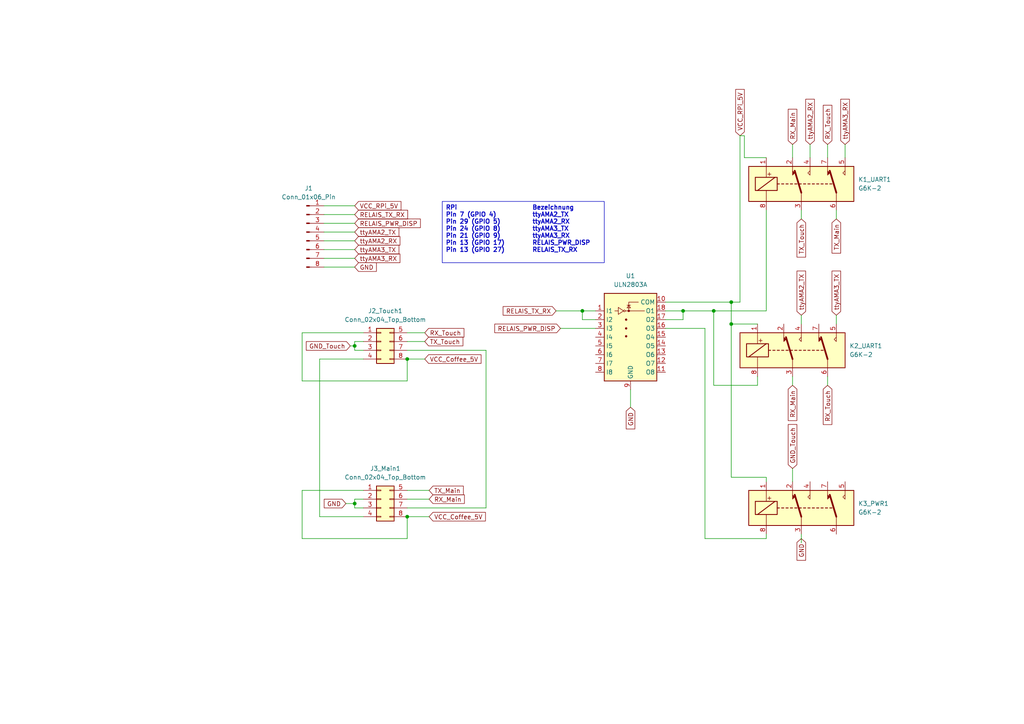
<source format=kicad_sch>
(kicad_sch
	(version 20231120)
	(generator "eeschema")
	(generator_version "8.0")
	(uuid "57a94e10-9a56-435c-9b0e-6bff14489099")
	(paper "A4")
	(lib_symbols
		(symbol "Connector:Conn_01x08_Pin"
			(pin_names
				(offset 1.016) hide)
			(exclude_from_sim no)
			(in_bom yes)
			(on_board yes)
			(property "Reference" "J"
				(at 0 10.16 0)
				(effects
					(font
						(size 1.27 1.27)
					)
				)
			)
			(property "Value" "Conn_01x08_Pin"
				(at 0 -12.7 0)
				(effects
					(font
						(size 1.27 1.27)
					)
				)
			)
			(property "Footprint" ""
				(at 0 0 0)
				(effects
					(font
						(size 1.27 1.27)
					)
					(hide yes)
				)
			)
			(property "Datasheet" "~"
				(at 0 0 0)
				(effects
					(font
						(size 1.27 1.27)
					)
					(hide yes)
				)
			)
			(property "Description" "Generic connector, single row, 01x08, script generated"
				(at 0 0 0)
				(effects
					(font
						(size 1.27 1.27)
					)
					(hide yes)
				)
			)
			(property "ki_locked" ""
				(at 0 0 0)
				(effects
					(font
						(size 1.27 1.27)
					)
				)
			)
			(property "ki_keywords" "connector"
				(at 0 0 0)
				(effects
					(font
						(size 1.27 1.27)
					)
					(hide yes)
				)
			)
			(property "ki_fp_filters" "Connector*:*_1x??_*"
				(at 0 0 0)
				(effects
					(font
						(size 1.27 1.27)
					)
					(hide yes)
				)
			)
			(symbol "Conn_01x08_Pin_1_1"
				(polyline
					(pts
						(xy 1.27 -10.16) (xy 0.8636 -10.16)
					)
					(stroke
						(width 0.1524)
						(type default)
					)
					(fill
						(type none)
					)
				)
				(polyline
					(pts
						(xy 1.27 -7.62) (xy 0.8636 -7.62)
					)
					(stroke
						(width 0.1524)
						(type default)
					)
					(fill
						(type none)
					)
				)
				(polyline
					(pts
						(xy 1.27 -5.08) (xy 0.8636 -5.08)
					)
					(stroke
						(width 0.1524)
						(type default)
					)
					(fill
						(type none)
					)
				)
				(polyline
					(pts
						(xy 1.27 -2.54) (xy 0.8636 -2.54)
					)
					(stroke
						(width 0.1524)
						(type default)
					)
					(fill
						(type none)
					)
				)
				(polyline
					(pts
						(xy 1.27 0) (xy 0.8636 0)
					)
					(stroke
						(width 0.1524)
						(type default)
					)
					(fill
						(type none)
					)
				)
				(polyline
					(pts
						(xy 1.27 2.54) (xy 0.8636 2.54)
					)
					(stroke
						(width 0.1524)
						(type default)
					)
					(fill
						(type none)
					)
				)
				(polyline
					(pts
						(xy 1.27 5.08) (xy 0.8636 5.08)
					)
					(stroke
						(width 0.1524)
						(type default)
					)
					(fill
						(type none)
					)
				)
				(polyline
					(pts
						(xy 1.27 7.62) (xy 0.8636 7.62)
					)
					(stroke
						(width 0.1524)
						(type default)
					)
					(fill
						(type none)
					)
				)
				(rectangle
					(start 0.8636 -10.033)
					(end 0 -10.287)
					(stroke
						(width 0.1524)
						(type default)
					)
					(fill
						(type outline)
					)
				)
				(rectangle
					(start 0.8636 -7.493)
					(end 0 -7.747)
					(stroke
						(width 0.1524)
						(type default)
					)
					(fill
						(type outline)
					)
				)
				(rectangle
					(start 0.8636 -4.953)
					(end 0 -5.207)
					(stroke
						(width 0.1524)
						(type default)
					)
					(fill
						(type outline)
					)
				)
				(rectangle
					(start 0.8636 -2.413)
					(end 0 -2.667)
					(stroke
						(width 0.1524)
						(type default)
					)
					(fill
						(type outline)
					)
				)
				(rectangle
					(start 0.8636 0.127)
					(end 0 -0.127)
					(stroke
						(width 0.1524)
						(type default)
					)
					(fill
						(type outline)
					)
				)
				(rectangle
					(start 0.8636 2.667)
					(end 0 2.413)
					(stroke
						(width 0.1524)
						(type default)
					)
					(fill
						(type outline)
					)
				)
				(rectangle
					(start 0.8636 5.207)
					(end 0 4.953)
					(stroke
						(width 0.1524)
						(type default)
					)
					(fill
						(type outline)
					)
				)
				(rectangle
					(start 0.8636 7.747)
					(end 0 7.493)
					(stroke
						(width 0.1524)
						(type default)
					)
					(fill
						(type outline)
					)
				)
				(pin passive line
					(at 5.08 7.62 180)
					(length 3.81)
					(name "Pin_1"
						(effects
							(font
								(size 1.27 1.27)
							)
						)
					)
					(number "1"
						(effects
							(font
								(size 1.27 1.27)
							)
						)
					)
				)
				(pin passive line
					(at 5.08 5.08 180)
					(length 3.81)
					(name "Pin_2"
						(effects
							(font
								(size 1.27 1.27)
							)
						)
					)
					(number "2"
						(effects
							(font
								(size 1.27 1.27)
							)
						)
					)
				)
				(pin passive line
					(at 5.08 2.54 180)
					(length 3.81)
					(name "Pin_3"
						(effects
							(font
								(size 1.27 1.27)
							)
						)
					)
					(number "3"
						(effects
							(font
								(size 1.27 1.27)
							)
						)
					)
				)
				(pin passive line
					(at 5.08 0 180)
					(length 3.81)
					(name "Pin_4"
						(effects
							(font
								(size 1.27 1.27)
							)
						)
					)
					(number "4"
						(effects
							(font
								(size 1.27 1.27)
							)
						)
					)
				)
				(pin passive line
					(at 5.08 -2.54 180)
					(length 3.81)
					(name "Pin_5"
						(effects
							(font
								(size 1.27 1.27)
							)
						)
					)
					(number "5"
						(effects
							(font
								(size 1.27 1.27)
							)
						)
					)
				)
				(pin passive line
					(at 5.08 -5.08 180)
					(length 3.81)
					(name "Pin_6"
						(effects
							(font
								(size 1.27 1.27)
							)
						)
					)
					(number "6"
						(effects
							(font
								(size 1.27 1.27)
							)
						)
					)
				)
				(pin passive line
					(at 5.08 -7.62 180)
					(length 3.81)
					(name "Pin_7"
						(effects
							(font
								(size 1.27 1.27)
							)
						)
					)
					(number "7"
						(effects
							(font
								(size 1.27 1.27)
							)
						)
					)
				)
				(pin passive line
					(at 5.08 -10.16 180)
					(length 3.81)
					(name "Pin_8"
						(effects
							(font
								(size 1.27 1.27)
							)
						)
					)
					(number "8"
						(effects
							(font
								(size 1.27 1.27)
							)
						)
					)
				)
			)
		)
		(symbol "Connector_Generic:Conn_02x04_Top_Bottom"
			(pin_names
				(offset 1.016) hide)
			(exclude_from_sim no)
			(in_bom yes)
			(on_board yes)
			(property "Reference" "J"
				(at 1.27 5.08 0)
				(effects
					(font
						(size 1.27 1.27)
					)
				)
			)
			(property "Value" "Conn_02x04_Top_Bottom"
				(at 1.27 -7.62 0)
				(effects
					(font
						(size 1.27 1.27)
					)
				)
			)
			(property "Footprint" ""
				(at 0 0 0)
				(effects
					(font
						(size 1.27 1.27)
					)
					(hide yes)
				)
			)
			(property "Datasheet" "~"
				(at 0 0 0)
				(effects
					(font
						(size 1.27 1.27)
					)
					(hide yes)
				)
			)
			(property "Description" "Generic connector, double row, 02x04, top/bottom pin numbering scheme (row 1: 1...pins_per_row, row2: pins_per_row+1 ... num_pins), script generated (kicad-library-utils/schlib/autogen/connector/)"
				(at 0 0 0)
				(effects
					(font
						(size 1.27 1.27)
					)
					(hide yes)
				)
			)
			(property "ki_keywords" "connector"
				(at 0 0 0)
				(effects
					(font
						(size 1.27 1.27)
					)
					(hide yes)
				)
			)
			(property "ki_fp_filters" "Connector*:*_2x??_*"
				(at 0 0 0)
				(effects
					(font
						(size 1.27 1.27)
					)
					(hide yes)
				)
			)
			(symbol "Conn_02x04_Top_Bottom_1_1"
				(rectangle
					(start -1.27 -4.953)
					(end 0 -5.207)
					(stroke
						(width 0.1524)
						(type default)
					)
					(fill
						(type none)
					)
				)
				(rectangle
					(start -1.27 -2.413)
					(end 0 -2.667)
					(stroke
						(width 0.1524)
						(type default)
					)
					(fill
						(type none)
					)
				)
				(rectangle
					(start -1.27 0.127)
					(end 0 -0.127)
					(stroke
						(width 0.1524)
						(type default)
					)
					(fill
						(type none)
					)
				)
				(rectangle
					(start -1.27 2.667)
					(end 0 2.413)
					(stroke
						(width 0.1524)
						(type default)
					)
					(fill
						(type none)
					)
				)
				(rectangle
					(start -1.27 3.81)
					(end 3.81 -6.35)
					(stroke
						(width 0.254)
						(type default)
					)
					(fill
						(type background)
					)
				)
				(rectangle
					(start 3.81 -4.953)
					(end 2.54 -5.207)
					(stroke
						(width 0.1524)
						(type default)
					)
					(fill
						(type none)
					)
				)
				(rectangle
					(start 3.81 -2.413)
					(end 2.54 -2.667)
					(stroke
						(width 0.1524)
						(type default)
					)
					(fill
						(type none)
					)
				)
				(rectangle
					(start 3.81 0.127)
					(end 2.54 -0.127)
					(stroke
						(width 0.1524)
						(type default)
					)
					(fill
						(type none)
					)
				)
				(rectangle
					(start 3.81 2.667)
					(end 2.54 2.413)
					(stroke
						(width 0.1524)
						(type default)
					)
					(fill
						(type none)
					)
				)
				(pin passive line
					(at -5.08 2.54 0)
					(length 3.81)
					(name "Pin_1"
						(effects
							(font
								(size 1.27 1.27)
							)
						)
					)
					(number "1"
						(effects
							(font
								(size 1.27 1.27)
							)
						)
					)
				)
				(pin passive line
					(at -5.08 0 0)
					(length 3.81)
					(name "Pin_2"
						(effects
							(font
								(size 1.27 1.27)
							)
						)
					)
					(number "2"
						(effects
							(font
								(size 1.27 1.27)
							)
						)
					)
				)
				(pin passive line
					(at -5.08 -2.54 0)
					(length 3.81)
					(name "Pin_3"
						(effects
							(font
								(size 1.27 1.27)
							)
						)
					)
					(number "3"
						(effects
							(font
								(size 1.27 1.27)
							)
						)
					)
				)
				(pin passive line
					(at -5.08 -5.08 0)
					(length 3.81)
					(name "Pin_4"
						(effects
							(font
								(size 1.27 1.27)
							)
						)
					)
					(number "4"
						(effects
							(font
								(size 1.27 1.27)
							)
						)
					)
				)
				(pin passive line
					(at 7.62 2.54 180)
					(length 3.81)
					(name "Pin_5"
						(effects
							(font
								(size 1.27 1.27)
							)
						)
					)
					(number "5"
						(effects
							(font
								(size 1.27 1.27)
							)
						)
					)
				)
				(pin passive line
					(at 7.62 0 180)
					(length 3.81)
					(name "Pin_6"
						(effects
							(font
								(size 1.27 1.27)
							)
						)
					)
					(number "6"
						(effects
							(font
								(size 1.27 1.27)
							)
						)
					)
				)
				(pin passive line
					(at 7.62 -2.54 180)
					(length 3.81)
					(name "Pin_7"
						(effects
							(font
								(size 1.27 1.27)
							)
						)
					)
					(number "7"
						(effects
							(font
								(size 1.27 1.27)
							)
						)
					)
				)
				(pin passive line
					(at 7.62 -5.08 180)
					(length 3.81)
					(name "Pin_8"
						(effects
							(font
								(size 1.27 1.27)
							)
						)
					)
					(number "8"
						(effects
							(font
								(size 1.27 1.27)
							)
						)
					)
				)
			)
		)
		(symbol "Relay:G6K-2"
			(exclude_from_sim no)
			(in_bom yes)
			(on_board yes)
			(property "Reference" "K"
				(at 16.51 3.81 0)
				(effects
					(font
						(size 1.27 1.27)
					)
					(justify left)
				)
			)
			(property "Value" "G6K-2"
				(at 16.51 1.27 0)
				(effects
					(font
						(size 1.27 1.27)
					)
					(justify left)
				)
			)
			(property "Footprint" ""
				(at 0 0 0)
				(effects
					(font
						(size 1.27 1.27)
					)
					(justify left)
					(hide yes)
				)
			)
			(property "Datasheet" "http://omronfs.omron.com/en_US/ecb/products/pdf/en-g6k.pdf"
				(at 0 0 0)
				(effects
					(font
						(size 1.27 1.27)
					)
					(hide yes)
				)
			)
			(property "Description" "Miniature 2-pole relay, Single-side Stable"
				(at 0 0 0)
				(effects
					(font
						(size 1.27 1.27)
					)
					(hide yes)
				)
			)
			(property "ki_keywords" "Miniature Relay Dual Pole DPDT Omron"
				(at 0 0 0)
				(effects
					(font
						(size 1.27 1.27)
					)
					(hide yes)
				)
			)
			(property "ki_fp_filters" "Relay*DPDT*Omron*G6K?2*"
				(at 0 0 0)
				(effects
					(font
						(size 1.27 1.27)
					)
					(hide yes)
				)
			)
			(symbol "G6K-2_0_0"
				(text "+"
					(at -9.271 2.921 0)
					(effects
						(font
							(size 1.27 1.27)
						)
					)
				)
			)
			(symbol "G6K-2_0_1"
				(rectangle
					(start -15.24 5.08)
					(end 15.24 -5.08)
					(stroke
						(width 0.254)
						(type default)
					)
					(fill
						(type background)
					)
				)
				(rectangle
					(start -13.335 1.905)
					(end -6.985 -1.905)
					(stroke
						(width 0.254)
						(type default)
					)
					(fill
						(type none)
					)
				)
				(polyline
					(pts
						(xy -12.7 -1.905) (xy -7.62 1.905)
					)
					(stroke
						(width 0.254)
						(type default)
					)
					(fill
						(type none)
					)
				)
				(polyline
					(pts
						(xy -10.16 -5.08) (xy -10.16 -1.905)
					)
					(stroke
						(width 0)
						(type default)
					)
					(fill
						(type none)
					)
				)
				(polyline
					(pts
						(xy -10.16 5.08) (xy -10.16 1.905)
					)
					(stroke
						(width 0)
						(type default)
					)
					(fill
						(type none)
					)
				)
				(polyline
					(pts
						(xy -6.985 0) (xy -6.35 0)
					)
					(stroke
						(width 0.254)
						(type default)
					)
					(fill
						(type none)
					)
				)
				(polyline
					(pts
						(xy -5.715 0) (xy -5.08 0)
					)
					(stroke
						(width 0.254)
						(type default)
					)
					(fill
						(type none)
					)
				)
				(polyline
					(pts
						(xy -4.445 0) (xy -3.81 0)
					)
					(stroke
						(width 0.254)
						(type default)
					)
					(fill
						(type none)
					)
				)
				(polyline
					(pts
						(xy -3.175 0) (xy -2.54 0)
					)
					(stroke
						(width 0.254)
						(type default)
					)
					(fill
						(type none)
					)
				)
				(polyline
					(pts
						(xy -1.905 0) (xy -1.27 0)
					)
					(stroke
						(width 0.254)
						(type default)
					)
					(fill
						(type none)
					)
				)
				(polyline
					(pts
						(xy -0.635 0) (xy 0 0)
					)
					(stroke
						(width 0.254)
						(type default)
					)
					(fill
						(type none)
					)
				)
				(polyline
					(pts
						(xy 0 -2.54) (xy -1.905 3.81)
					)
					(stroke
						(width 0.508)
						(type default)
					)
					(fill
						(type none)
					)
				)
				(polyline
					(pts
						(xy 0 -2.54) (xy 0 -5.08)
					)
					(stroke
						(width 0)
						(type default)
					)
					(fill
						(type none)
					)
				)
				(polyline
					(pts
						(xy 0.635 0) (xy 1.27 0)
					)
					(stroke
						(width 0.254)
						(type default)
					)
					(fill
						(type none)
					)
				)
				(polyline
					(pts
						(xy 1.905 0) (xy 2.54 0)
					)
					(stroke
						(width 0.254)
						(type default)
					)
					(fill
						(type none)
					)
				)
				(polyline
					(pts
						(xy 3.175 0) (xy 3.81 0)
					)
					(stroke
						(width 0.254)
						(type default)
					)
					(fill
						(type none)
					)
				)
				(polyline
					(pts
						(xy 4.445 0) (xy 5.08 0)
					)
					(stroke
						(width 0.254)
						(type default)
					)
					(fill
						(type none)
					)
				)
				(polyline
					(pts
						(xy 5.715 0) (xy 6.35 0)
					)
					(stroke
						(width 0.254)
						(type default)
					)
					(fill
						(type none)
					)
				)
				(polyline
					(pts
						(xy 6.985 0) (xy 7.62 0)
					)
					(stroke
						(width 0.254)
						(type default)
					)
					(fill
						(type none)
					)
				)
				(polyline
					(pts
						(xy 8.255 0) (xy 8.89 0)
					)
					(stroke
						(width 0.254)
						(type default)
					)
					(fill
						(type none)
					)
				)
				(polyline
					(pts
						(xy 10.16 -2.54) (xy 8.255 3.81)
					)
					(stroke
						(width 0.508)
						(type default)
					)
					(fill
						(type none)
					)
				)
				(polyline
					(pts
						(xy 10.16 -2.54) (xy 10.16 -5.08)
					)
					(stroke
						(width 0)
						(type default)
					)
					(fill
						(type none)
					)
				)
				(polyline
					(pts
						(xy -2.54 5.08) (xy -2.54 2.54) (xy -1.905 3.175) (xy -2.54 3.81)
					)
					(stroke
						(width 0)
						(type default)
					)
					(fill
						(type outline)
					)
				)
				(polyline
					(pts
						(xy 2.54 5.08) (xy 2.54 2.54) (xy 1.905 3.175) (xy 2.54 3.81)
					)
					(stroke
						(width 0)
						(type default)
					)
					(fill
						(type none)
					)
				)
				(polyline
					(pts
						(xy 7.62 5.08) (xy 7.62 2.54) (xy 8.255 3.175) (xy 7.62 3.81)
					)
					(stroke
						(width 0)
						(type default)
					)
					(fill
						(type outline)
					)
				)
				(polyline
					(pts
						(xy 12.7 5.08) (xy 12.7 2.54) (xy 12.065 3.175) (xy 12.7 3.81)
					)
					(stroke
						(width 0)
						(type default)
					)
					(fill
						(type none)
					)
				)
			)
			(symbol "G6K-2_1_1"
				(pin passive line
					(at -10.16 7.62 270)
					(length 2.54)
					(name "~"
						(effects
							(font
								(size 1.27 1.27)
							)
						)
					)
					(number "1"
						(effects
							(font
								(size 1.27 1.27)
							)
						)
					)
				)
				(pin passive line
					(at -2.54 7.62 270)
					(length 2.54)
					(name "~"
						(effects
							(font
								(size 1.27 1.27)
							)
						)
					)
					(number "2"
						(effects
							(font
								(size 1.27 1.27)
							)
						)
					)
				)
				(pin passive line
					(at 0 -7.62 90)
					(length 2.54)
					(name "~"
						(effects
							(font
								(size 1.27 1.27)
							)
						)
					)
					(number "3"
						(effects
							(font
								(size 1.27 1.27)
							)
						)
					)
				)
				(pin passive line
					(at 2.54 7.62 270)
					(length 2.54)
					(name "~"
						(effects
							(font
								(size 1.27 1.27)
							)
						)
					)
					(number "4"
						(effects
							(font
								(size 1.27 1.27)
							)
						)
					)
				)
				(pin passive line
					(at 12.7 7.62 270)
					(length 2.54)
					(name "~"
						(effects
							(font
								(size 1.27 1.27)
							)
						)
					)
					(number "5"
						(effects
							(font
								(size 1.27 1.27)
							)
						)
					)
				)
				(pin passive line
					(at 10.16 -7.62 90)
					(length 2.54)
					(name "~"
						(effects
							(font
								(size 1.27 1.27)
							)
						)
					)
					(number "6"
						(effects
							(font
								(size 1.27 1.27)
							)
						)
					)
				)
				(pin passive line
					(at 7.62 7.62 270)
					(length 2.54)
					(name "~"
						(effects
							(font
								(size 1.27 1.27)
							)
						)
					)
					(number "7"
						(effects
							(font
								(size 1.27 1.27)
							)
						)
					)
				)
				(pin passive line
					(at -10.16 -7.62 90)
					(length 2.54)
					(name "~"
						(effects
							(font
								(size 1.27 1.27)
							)
						)
					)
					(number "8"
						(effects
							(font
								(size 1.27 1.27)
							)
						)
					)
				)
			)
		)
		(symbol "Transistor_Array:ULN2803A"
			(exclude_from_sim no)
			(in_bom yes)
			(on_board yes)
			(property "Reference" "U"
				(at 0 13.335 0)
				(effects
					(font
						(size 1.27 1.27)
					)
				)
			)
			(property "Value" "ULN2803A"
				(at 0 11.43 0)
				(effects
					(font
						(size 1.27 1.27)
					)
				)
			)
			(property "Footprint" ""
				(at 1.27 -16.51 0)
				(effects
					(font
						(size 1.27 1.27)
					)
					(justify left)
					(hide yes)
				)
			)
			(property "Datasheet" "http://www.ti.com/lit/ds/symlink/uln2803a.pdf"
				(at 2.54 -5.08 0)
				(effects
					(font
						(size 1.27 1.27)
					)
					(hide yes)
				)
			)
			(property "Description" "Darlington Transistor Arrays, SOIC18/DIP18"
				(at 0 0 0)
				(effects
					(font
						(size 1.27 1.27)
					)
					(hide yes)
				)
			)
			(property "ki_keywords" "Darlington transistor array"
				(at 0 0 0)
				(effects
					(font
						(size 1.27 1.27)
					)
					(hide yes)
				)
			)
			(property "ki_fp_filters" "DIP*W7.62mm* SOIC*7.5x11.6mm*P1.27mm*"
				(at 0 0 0)
				(effects
					(font
						(size 1.27 1.27)
					)
					(hide yes)
				)
			)
			(symbol "ULN2803A_0_1"
				(rectangle
					(start -7.62 -15.24)
					(end 7.62 10.16)
					(stroke
						(width 0.254)
						(type default)
					)
					(fill
						(type background)
					)
				)
				(circle
					(center -1.778 5.08)
					(radius 0.254)
					(stroke
						(width 0)
						(type default)
					)
					(fill
						(type none)
					)
				)
				(circle
					(center -1.27 -2.286)
					(radius 0.254)
					(stroke
						(width 0)
						(type default)
					)
					(fill
						(type outline)
					)
				)
				(circle
					(center -1.27 0)
					(radius 0.254)
					(stroke
						(width 0)
						(type default)
					)
					(fill
						(type outline)
					)
				)
				(circle
					(center -1.27 2.54)
					(radius 0.254)
					(stroke
						(width 0)
						(type default)
					)
					(fill
						(type outline)
					)
				)
				(circle
					(center -0.508 5.08)
					(radius 0.254)
					(stroke
						(width 0)
						(type default)
					)
					(fill
						(type outline)
					)
				)
				(polyline
					(pts
						(xy -4.572 5.08) (xy -3.556 5.08)
					)
					(stroke
						(width 0)
						(type default)
					)
					(fill
						(type none)
					)
				)
				(polyline
					(pts
						(xy -1.524 5.08) (xy 4.064 5.08)
					)
					(stroke
						(width 0)
						(type default)
					)
					(fill
						(type none)
					)
				)
				(polyline
					(pts
						(xy 0 6.731) (xy -1.016 6.731)
					)
					(stroke
						(width 0)
						(type default)
					)
					(fill
						(type none)
					)
				)
				(polyline
					(pts
						(xy -0.508 5.08) (xy -0.508 7.62) (xy 2.286 7.62)
					)
					(stroke
						(width 0)
						(type default)
					)
					(fill
						(type none)
					)
				)
				(polyline
					(pts
						(xy -3.556 6.096) (xy -3.556 4.064) (xy -2.032 5.08) (xy -3.556 6.096)
					)
					(stroke
						(width 0)
						(type default)
					)
					(fill
						(type none)
					)
				)
				(polyline
					(pts
						(xy 0 5.969) (xy -1.016 5.969) (xy -0.508 6.731) (xy 0 5.969)
					)
					(stroke
						(width 0)
						(type default)
					)
					(fill
						(type none)
					)
				)
			)
			(symbol "ULN2803A_1_1"
				(pin input line
					(at -10.16 5.08 0)
					(length 2.54)
					(name "I1"
						(effects
							(font
								(size 1.27 1.27)
							)
						)
					)
					(number "1"
						(effects
							(font
								(size 1.27 1.27)
							)
						)
					)
				)
				(pin passive line
					(at 10.16 7.62 180)
					(length 2.54)
					(name "COM"
						(effects
							(font
								(size 1.27 1.27)
							)
						)
					)
					(number "10"
						(effects
							(font
								(size 1.27 1.27)
							)
						)
					)
				)
				(pin open_collector line
					(at 10.16 -12.7 180)
					(length 2.54)
					(name "O8"
						(effects
							(font
								(size 1.27 1.27)
							)
						)
					)
					(number "11"
						(effects
							(font
								(size 1.27 1.27)
							)
						)
					)
				)
				(pin open_collector line
					(at 10.16 -10.16 180)
					(length 2.54)
					(name "O7"
						(effects
							(font
								(size 1.27 1.27)
							)
						)
					)
					(number "12"
						(effects
							(font
								(size 1.27 1.27)
							)
						)
					)
				)
				(pin open_collector line
					(at 10.16 -7.62 180)
					(length 2.54)
					(name "O6"
						(effects
							(font
								(size 1.27 1.27)
							)
						)
					)
					(number "13"
						(effects
							(font
								(size 1.27 1.27)
							)
						)
					)
				)
				(pin open_collector line
					(at 10.16 -5.08 180)
					(length 2.54)
					(name "O5"
						(effects
							(font
								(size 1.27 1.27)
							)
						)
					)
					(number "14"
						(effects
							(font
								(size 1.27 1.27)
							)
						)
					)
				)
				(pin open_collector line
					(at 10.16 -2.54 180)
					(length 2.54)
					(name "O4"
						(effects
							(font
								(size 1.27 1.27)
							)
						)
					)
					(number "15"
						(effects
							(font
								(size 1.27 1.27)
							)
						)
					)
				)
				(pin open_collector line
					(at 10.16 0 180)
					(length 2.54)
					(name "O3"
						(effects
							(font
								(size 1.27 1.27)
							)
						)
					)
					(number "16"
						(effects
							(font
								(size 1.27 1.27)
							)
						)
					)
				)
				(pin open_collector line
					(at 10.16 2.54 180)
					(length 2.54)
					(name "O2"
						(effects
							(font
								(size 1.27 1.27)
							)
						)
					)
					(number "17"
						(effects
							(font
								(size 1.27 1.27)
							)
						)
					)
				)
				(pin open_collector line
					(at 10.16 5.08 180)
					(length 2.54)
					(name "O1"
						(effects
							(font
								(size 1.27 1.27)
							)
						)
					)
					(number "18"
						(effects
							(font
								(size 1.27 1.27)
							)
						)
					)
				)
				(pin input line
					(at -10.16 2.54 0)
					(length 2.54)
					(name "I2"
						(effects
							(font
								(size 1.27 1.27)
							)
						)
					)
					(number "2"
						(effects
							(font
								(size 1.27 1.27)
							)
						)
					)
				)
				(pin input line
					(at -10.16 0 0)
					(length 2.54)
					(name "I3"
						(effects
							(font
								(size 1.27 1.27)
							)
						)
					)
					(number "3"
						(effects
							(font
								(size 1.27 1.27)
							)
						)
					)
				)
				(pin input line
					(at -10.16 -2.54 0)
					(length 2.54)
					(name "I4"
						(effects
							(font
								(size 1.27 1.27)
							)
						)
					)
					(number "4"
						(effects
							(font
								(size 1.27 1.27)
							)
						)
					)
				)
				(pin input line
					(at -10.16 -5.08 0)
					(length 2.54)
					(name "I5"
						(effects
							(font
								(size 1.27 1.27)
							)
						)
					)
					(number "5"
						(effects
							(font
								(size 1.27 1.27)
							)
						)
					)
				)
				(pin input line
					(at -10.16 -7.62 0)
					(length 2.54)
					(name "I6"
						(effects
							(font
								(size 1.27 1.27)
							)
						)
					)
					(number "6"
						(effects
							(font
								(size 1.27 1.27)
							)
						)
					)
				)
				(pin input line
					(at -10.16 -10.16 0)
					(length 2.54)
					(name "I7"
						(effects
							(font
								(size 1.27 1.27)
							)
						)
					)
					(number "7"
						(effects
							(font
								(size 1.27 1.27)
							)
						)
					)
				)
				(pin input line
					(at -10.16 -12.7 0)
					(length 2.54)
					(name "I8"
						(effects
							(font
								(size 1.27 1.27)
							)
						)
					)
					(number "8"
						(effects
							(font
								(size 1.27 1.27)
							)
						)
					)
				)
				(pin power_in line
					(at 0 -17.78 90)
					(length 2.54)
					(name "GND"
						(effects
							(font
								(size 1.27 1.27)
							)
						)
					)
					(number "9"
						(effects
							(font
								(size 1.27 1.27)
							)
						)
					)
				)
			)
		)
	)
	(junction
		(at 118.11 149.86)
		(diameter 0)
		(color 0 0 0 0)
		(uuid "34e155bb-2a45-43ec-b070-90900014105b")
	)
	(junction
		(at 118.11 104.14)
		(diameter 0)
		(color 0 0 0 0)
		(uuid "3aca7c44-7a47-43c8-a880-22e58d3b5453")
	)
	(junction
		(at 102.87 146.05)
		(diameter 0)
		(color 0 0 0 0)
		(uuid "4861612c-6f4c-4251-a5ad-dd452f82fb66")
	)
	(junction
		(at 198.12 90.17)
		(diameter 0)
		(color 0 0 0 0)
		(uuid "673b62b6-55e3-43cd-98e5-0a71a034543a")
	)
	(junction
		(at 212.09 93.98)
		(diameter 0)
		(color 0 0 0 0)
		(uuid "a5b897c8-ffc7-4d2d-8b33-a7a38f3a50a9")
	)
	(junction
		(at 102.87 100.33)
		(diameter 0)
		(color 0 0 0 0)
		(uuid "ae4ac94f-403d-44a8-ada5-0365d9e410f8")
	)
	(junction
		(at 168.91 90.17)
		(diameter 0)
		(color 0 0 0 0)
		(uuid "b1e25747-1dc9-4668-a065-ab03e91a2e9f")
	)
	(junction
		(at 207.01 90.17)
		(diameter 0)
		(color 0 0 0 0)
		(uuid "b273b52e-5f95-4ef5-8bca-93ac1d478cfd")
	)
	(junction
		(at 212.09 87.63)
		(diameter 0)
		(color 0 0 0 0)
		(uuid "ebf55710-7b4c-4614-8778-647a4229fe6d")
	)
	(wire
		(pts
			(xy 102.87 144.78) (xy 102.87 146.05)
		)
		(stroke
			(width 0)
			(type default)
		)
		(uuid "03cab11c-2135-47a7-9de7-58711bfbfd01")
	)
	(wire
		(pts
			(xy 118.11 96.52) (xy 123.19 96.52)
		)
		(stroke
			(width 0)
			(type default)
		)
		(uuid "0bd53585-9441-4821-832e-48ff59f0e9fb")
	)
	(wire
		(pts
			(xy 232.41 154.94) (xy 232.41 157.48)
		)
		(stroke
			(width 0)
			(type default)
		)
		(uuid "1150815b-02f3-4641-9f2f-b11fa93979b3")
	)
	(wire
		(pts
			(xy 193.04 92.71) (xy 198.12 92.71)
		)
		(stroke
			(width 0)
			(type default)
		)
		(uuid "126f9a25-a7fa-41c6-9706-5f5b0c46c5bb")
	)
	(wire
		(pts
			(xy 245.11 41.91) (xy 245.11 45.72)
		)
		(stroke
			(width 0)
			(type default)
		)
		(uuid "14e432ba-a5f3-4eb6-85c0-9fe5d2c7e4bb")
	)
	(wire
		(pts
			(xy 207.01 90.17) (xy 207.01 111.76)
		)
		(stroke
			(width 0)
			(type default)
		)
		(uuid "15c313ae-ca9a-4830-a81f-07c63d709a3e")
	)
	(wire
		(pts
			(xy 102.87 100.33) (xy 102.87 101.6)
		)
		(stroke
			(width 0)
			(type default)
		)
		(uuid "162dfffe-f28a-4a0d-9c20-ad80f3b0a7d4")
	)
	(wire
		(pts
			(xy 118.11 101.6) (xy 140.97 101.6)
		)
		(stroke
			(width 0)
			(type default)
		)
		(uuid "175bae20-fbeb-4e72-87ed-5ba269b817da")
	)
	(wire
		(pts
			(xy 162.56 95.25) (xy 172.72 95.25)
		)
		(stroke
			(width 0)
			(type default)
		)
		(uuid "17ff6b34-6c17-4041-9147-e6383983a0fa")
	)
	(wire
		(pts
			(xy 204.47 156.21) (xy 222.25 156.21)
		)
		(stroke
			(width 0)
			(type default)
		)
		(uuid "1c87e13f-275e-4ca2-86b1-e67f6441e39f")
	)
	(wire
		(pts
			(xy 212.09 93.98) (xy 219.71 93.98)
		)
		(stroke
			(width 0)
			(type default)
		)
		(uuid "27109f47-9937-4e60-b2d5-a3dc40985cd1")
	)
	(wire
		(pts
			(xy 242.57 91.44) (xy 242.57 93.98)
		)
		(stroke
			(width 0)
			(type default)
		)
		(uuid "27939abd-e73d-4f01-bcf6-9a83d69f4612")
	)
	(wire
		(pts
			(xy 242.57 60.96) (xy 242.57 63.5)
		)
		(stroke
			(width 0)
			(type default)
		)
		(uuid "2a4a1c3c-cd8b-42be-895f-991a5b3a8767")
	)
	(wire
		(pts
			(xy 105.41 104.14) (xy 92.71 104.14)
		)
		(stroke
			(width 0)
			(type default)
		)
		(uuid "2c842143-31d8-4244-ac30-a020d6581fe1")
	)
	(wire
		(pts
			(xy 102.87 101.6) (xy 105.41 101.6)
		)
		(stroke
			(width 0)
			(type default)
		)
		(uuid "2ea19bc3-ae05-4ff4-a17c-50bdaf25ba72")
	)
	(wire
		(pts
			(xy 214.63 87.63) (xy 214.63 39.37)
		)
		(stroke
			(width 0)
			(type default)
		)
		(uuid "32333010-b86d-41da-9c47-294b8baa2a86")
	)
	(wire
		(pts
			(xy 172.72 92.71) (xy 168.91 92.71)
		)
		(stroke
			(width 0)
			(type default)
		)
		(uuid "41ec8847-642a-4eea-8d5c-05bc2910073c")
	)
	(wire
		(pts
			(xy 93.98 77.47) (xy 102.87 77.47)
		)
		(stroke
			(width 0)
			(type default)
		)
		(uuid "43331be3-c9d2-4712-969e-b9eeea69c0f1")
	)
	(wire
		(pts
			(xy 105.41 96.52) (xy 87.63 96.52)
		)
		(stroke
			(width 0)
			(type default)
		)
		(uuid "49049bc7-a835-44e4-93c8-fae20a90e5e5")
	)
	(wire
		(pts
			(xy 140.97 147.32) (xy 118.11 147.32)
		)
		(stroke
			(width 0)
			(type default)
		)
		(uuid "4e5741d6-d495-43e7-bd02-ac20c9bedf13")
	)
	(wire
		(pts
			(xy 229.87 109.22) (xy 229.87 111.76)
		)
		(stroke
			(width 0)
			(type default)
		)
		(uuid "4f223bb8-b795-4b24-bcf3-fd060319b824")
	)
	(wire
		(pts
			(xy 87.63 156.21) (xy 118.11 156.21)
		)
		(stroke
			(width 0)
			(type default)
		)
		(uuid "516e411a-22a9-482e-895f-aaba4a45f4bb")
	)
	(wire
		(pts
			(xy 93.98 67.31) (xy 102.87 67.31)
		)
		(stroke
			(width 0)
			(type default)
		)
		(uuid "568b37b4-c36e-4734-9cf1-83c3bfcfd298")
	)
	(wire
		(pts
			(xy 102.87 146.05) (xy 102.87 147.32)
		)
		(stroke
			(width 0)
			(type default)
		)
		(uuid "5940d289-90ee-4032-af90-dbb11507180d")
	)
	(wire
		(pts
			(xy 222.25 139.7) (xy 222.25 138.43)
		)
		(stroke
			(width 0)
			(type default)
		)
		(uuid "5a71aefa-6690-4b73-8d04-2a44cdfc99d3")
	)
	(wire
		(pts
			(xy 118.11 144.78) (xy 124.46 144.78)
		)
		(stroke
			(width 0)
			(type default)
		)
		(uuid "5c476468-78aa-4de4-bad2-bb5209a6d7c7")
	)
	(wire
		(pts
			(xy 240.03 41.91) (xy 240.03 45.72)
		)
		(stroke
			(width 0)
			(type default)
		)
		(uuid "5c5d1755-42f9-43a9-b58b-733880485449")
	)
	(wire
		(pts
			(xy 198.12 90.17) (xy 198.12 92.71)
		)
		(stroke
			(width 0)
			(type default)
		)
		(uuid "5cf4df37-38df-4d62-abc6-a2084a236c5a")
	)
	(wire
		(pts
			(xy 102.87 99.06) (xy 102.87 100.33)
		)
		(stroke
			(width 0)
			(type default)
		)
		(uuid "62771bf9-38a6-4608-bf21-b788c1a1d44d")
	)
	(wire
		(pts
			(xy 105.41 144.78) (xy 102.87 144.78)
		)
		(stroke
			(width 0)
			(type default)
		)
		(uuid "6642b5e3-104c-4dc9-b170-c096d4cb04e4")
	)
	(wire
		(pts
			(xy 219.71 111.76) (xy 219.71 109.22)
		)
		(stroke
			(width 0)
			(type default)
		)
		(uuid "6a96c1f7-b618-479f-828a-c5e0f49735d6")
	)
	(wire
		(pts
			(xy 207.01 90.17) (xy 222.25 90.17)
		)
		(stroke
			(width 0)
			(type default)
		)
		(uuid "74818e3d-6e21-40d6-8935-37dd815b731b")
	)
	(wire
		(pts
			(xy 234.95 41.91) (xy 234.95 45.72)
		)
		(stroke
			(width 0)
			(type default)
		)
		(uuid "7a78b4cb-bc9a-4e81-ab13-6820ebcffee1")
	)
	(wire
		(pts
			(xy 222.25 156.21) (xy 222.25 154.94)
		)
		(stroke
			(width 0)
			(type default)
		)
		(uuid "7c760d77-78a8-41f2-80eb-0ce559ae3acf")
	)
	(wire
		(pts
			(xy 193.04 95.25) (xy 204.47 95.25)
		)
		(stroke
			(width 0)
			(type default)
		)
		(uuid "7f9d7fcd-6e6e-45ca-ba33-99bb11c93412")
	)
	(wire
		(pts
			(xy 118.11 99.06) (xy 123.19 99.06)
		)
		(stroke
			(width 0)
			(type default)
		)
		(uuid "8002a601-3c4a-4cef-95c0-ab8d70e039f0")
	)
	(wire
		(pts
			(xy 212.09 138.43) (xy 212.09 93.98)
		)
		(stroke
			(width 0)
			(type default)
		)
		(uuid "83fa103f-37d8-42e0-b93c-6cc79716894f")
	)
	(wire
		(pts
			(xy 140.97 101.6) (xy 140.97 147.32)
		)
		(stroke
			(width 0)
			(type default)
		)
		(uuid "853af469-2483-450f-9368-ac4dc10d31c3")
	)
	(wire
		(pts
			(xy 193.04 87.63) (xy 212.09 87.63)
		)
		(stroke
			(width 0)
			(type default)
		)
		(uuid "85e8d252-6918-4601-8c9b-b18c82532119")
	)
	(wire
		(pts
			(xy 232.41 91.44) (xy 232.41 93.98)
		)
		(stroke
			(width 0)
			(type default)
		)
		(uuid "8b9f5a8e-a85d-4d87-9c9f-5b730c82d8b9")
	)
	(wire
		(pts
			(xy 92.71 104.14) (xy 92.71 149.86)
		)
		(stroke
			(width 0)
			(type default)
		)
		(uuid "8cbffdce-10de-4555-8f31-ebff4cdb6619")
	)
	(wire
		(pts
			(xy 93.98 74.93) (xy 102.87 74.93)
		)
		(stroke
			(width 0)
			(type default)
		)
		(uuid "8f8be146-74d2-4761-b2c5-eff6e7c1b60f")
	)
	(wire
		(pts
			(xy 214.63 39.37) (xy 215.9 39.37)
		)
		(stroke
			(width 0)
			(type default)
		)
		(uuid "90293386-7599-4ecf-86ab-0caf4305bed1")
	)
	(wire
		(pts
			(xy 101.6 100.33) (xy 102.87 100.33)
		)
		(stroke
			(width 0)
			(type default)
		)
		(uuid "987d9d13-a94f-44eb-aedd-f4ceaf550017")
	)
	(wire
		(pts
			(xy 215.9 39.37) (xy 215.9 45.72)
		)
		(stroke
			(width 0)
			(type default)
		)
		(uuid "99eb305a-9687-4b52-b68a-1dd02fd7c04e")
	)
	(wire
		(pts
			(xy 93.98 64.77) (xy 102.87 64.77)
		)
		(stroke
			(width 0)
			(type default)
		)
		(uuid "9bab8dac-ffa8-4c26-b397-b7032486e1ef")
	)
	(wire
		(pts
			(xy 105.41 142.24) (xy 87.63 142.24)
		)
		(stroke
			(width 0)
			(type default)
		)
		(uuid "9bb507b4-28bd-43be-a210-b59603505beb")
	)
	(wire
		(pts
			(xy 118.11 156.21) (xy 118.11 149.86)
		)
		(stroke
			(width 0)
			(type default)
		)
		(uuid "9bfb05d4-b4e0-4022-a0a3-8ddb6a0d343d")
	)
	(wire
		(pts
			(xy 87.63 142.24) (xy 87.63 156.21)
		)
		(stroke
			(width 0)
			(type default)
		)
		(uuid "9c3ec660-e3a6-4d4e-b14e-20abdae2b4c9")
	)
	(wire
		(pts
			(xy 193.04 90.17) (xy 198.12 90.17)
		)
		(stroke
			(width 0)
			(type default)
		)
		(uuid "a08b35fe-f695-48f2-817a-1dc9d6ddd62c")
	)
	(wire
		(pts
			(xy 161.29 90.17) (xy 168.91 90.17)
		)
		(stroke
			(width 0)
			(type default)
		)
		(uuid "b2aabeca-335b-4e53-900b-046add22fb46")
	)
	(wire
		(pts
			(xy 198.12 90.17) (xy 207.01 90.17)
		)
		(stroke
			(width 0)
			(type default)
		)
		(uuid "b2b198a0-3c2c-4f98-a89a-900b233be7fe")
	)
	(wire
		(pts
			(xy 240.03 109.22) (xy 240.03 111.76)
		)
		(stroke
			(width 0)
			(type default)
		)
		(uuid "b57b3cc1-e727-4034-b6fd-481084658a70")
	)
	(wire
		(pts
			(xy 222.25 138.43) (xy 212.09 138.43)
		)
		(stroke
			(width 0)
			(type default)
		)
		(uuid "b6914259-d76c-443b-848f-59469d798bb7")
	)
	(wire
		(pts
			(xy 212.09 87.63) (xy 212.09 93.98)
		)
		(stroke
			(width 0)
			(type default)
		)
		(uuid "b8dd7ef5-ed13-4c5e-8b97-39283037ddc6")
	)
	(wire
		(pts
			(xy 229.87 135.89) (xy 229.87 139.7)
		)
		(stroke
			(width 0)
			(type default)
		)
		(uuid "b9773056-0f48-4f00-9471-b08d5fa6447f")
	)
	(wire
		(pts
			(xy 93.98 59.69) (xy 102.87 59.69)
		)
		(stroke
			(width 0)
			(type default)
		)
		(uuid "b9a3e3de-a5c0-44c7-a710-5e54312ca2f9")
	)
	(wire
		(pts
			(xy 93.98 69.85) (xy 102.87 69.85)
		)
		(stroke
			(width 0)
			(type default)
		)
		(uuid "bb595dcd-953d-4392-9852-9105f563bfad")
	)
	(wire
		(pts
			(xy 204.47 95.25) (xy 204.47 156.21)
		)
		(stroke
			(width 0)
			(type default)
		)
		(uuid "bb5cf6b9-1b74-43f1-9f20-113782d5bf64")
	)
	(wire
		(pts
			(xy 87.63 110.49) (xy 118.11 110.49)
		)
		(stroke
			(width 0)
			(type default)
		)
		(uuid "bd02d8a9-57a4-421b-b267-1a2158e175ef")
	)
	(wire
		(pts
			(xy 100.33 146.05) (xy 102.87 146.05)
		)
		(stroke
			(width 0)
			(type default)
		)
		(uuid "bfcd3cf0-1207-439c-9d10-5f94a29a28e1")
	)
	(wire
		(pts
			(xy 182.88 113.03) (xy 182.88 118.11)
		)
		(stroke
			(width 0)
			(type default)
		)
		(uuid "c0c18d10-e03c-45f2-8604-871694a24eea")
	)
	(wire
		(pts
			(xy 214.63 87.63) (xy 212.09 87.63)
		)
		(stroke
			(width 0)
			(type default)
		)
		(uuid "c1bdfff1-4247-4c80-a027-ce4ef5b18030")
	)
	(wire
		(pts
			(xy 207.01 111.76) (xy 219.71 111.76)
		)
		(stroke
			(width 0)
			(type default)
		)
		(uuid "c34effbd-22e2-40f4-bc9b-ed822a1fa417")
	)
	(wire
		(pts
			(xy 168.91 92.71) (xy 168.91 90.17)
		)
		(stroke
			(width 0)
			(type default)
		)
		(uuid "c874e302-83b0-44dd-b4ca-8cff08f0a210")
	)
	(wire
		(pts
			(xy 215.9 45.72) (xy 222.25 45.72)
		)
		(stroke
			(width 0)
			(type default)
		)
		(uuid "d3e8a70a-9b45-42d7-8169-ec9c1b2a2f71")
	)
	(wire
		(pts
			(xy 105.41 99.06) (xy 102.87 99.06)
		)
		(stroke
			(width 0)
			(type default)
		)
		(uuid "d8286a79-3069-48cf-82b6-7ded84ccf9dd")
	)
	(wire
		(pts
			(xy 172.72 90.17) (xy 168.91 90.17)
		)
		(stroke
			(width 0)
			(type default)
		)
		(uuid "d985caaa-9620-4674-9435-ce92445b6144")
	)
	(wire
		(pts
			(xy 93.98 72.39) (xy 102.87 72.39)
		)
		(stroke
			(width 0)
			(type default)
		)
		(uuid "dc8996c9-7ecd-498b-bba1-6c78ab45eb9e")
	)
	(wire
		(pts
			(xy 92.71 149.86) (xy 105.41 149.86)
		)
		(stroke
			(width 0)
			(type default)
		)
		(uuid "e2040a80-23be-4802-895d-e29e317bd34e")
	)
	(wire
		(pts
			(xy 222.25 90.17) (xy 222.25 60.96)
		)
		(stroke
			(width 0)
			(type default)
		)
		(uuid "e4116bac-5f1b-4bc6-b29f-7bf308cec1e6")
	)
	(wire
		(pts
			(xy 118.11 149.86) (xy 124.46 149.86)
		)
		(stroke
			(width 0)
			(type default)
		)
		(uuid "e43d40c5-9000-4a20-89c7-09dfdc43e797")
	)
	(wire
		(pts
			(xy 87.63 96.52) (xy 87.63 110.49)
		)
		(stroke
			(width 0)
			(type default)
		)
		(uuid "e76ed049-31c8-4813-a5e1-808c404518e7")
	)
	(wire
		(pts
			(xy 93.98 62.23) (xy 102.87 62.23)
		)
		(stroke
			(width 0)
			(type default)
		)
		(uuid "e9850be0-b910-4113-9aee-d64b0516c1d8")
	)
	(wire
		(pts
			(xy 232.41 60.96) (xy 232.41 63.5)
		)
		(stroke
			(width 0)
			(type default)
		)
		(uuid "eb814c17-fc13-4077-877a-430462fbdd1e")
	)
	(wire
		(pts
			(xy 118.11 142.24) (xy 124.46 142.24)
		)
		(stroke
			(width 0)
			(type default)
		)
		(uuid "ecc31776-09e9-4c53-bc10-955d39a705a0")
	)
	(wire
		(pts
			(xy 229.87 41.91) (xy 229.87 45.72)
		)
		(stroke
			(width 0)
			(type default)
		)
		(uuid "ed6955d4-ec78-48db-b243-8e0b324263f8")
	)
	(wire
		(pts
			(xy 102.87 147.32) (xy 105.41 147.32)
		)
		(stroke
			(width 0)
			(type default)
		)
		(uuid "f6c1c042-6743-4f8a-bb59-4f3cec49e780")
	)
	(wire
		(pts
			(xy 118.11 110.49) (xy 118.11 104.14)
		)
		(stroke
			(width 0)
			(type default)
		)
		(uuid "f80c612a-ba30-427f-b426-6e49e246e66c")
	)
	(wire
		(pts
			(xy 118.11 104.14) (xy 123.19 104.14)
		)
		(stroke
			(width 0)
			(type default)
		)
		(uuid "fd754dc1-bdc9-4d81-b028-2714fe1a045f")
	)
	(text_box "RPi					Bezeichnung\nPin 7 (GPIO 4)		ttyAMA2_TX\nPin 29 (GPIO 5)		ttyAMA2_RX\nPin 24 (GPIO 8)		ttyAMA3_TX\nPin 21 (GPIO 9)		ttyAMA3_RX\nPin 13 (GPIO 17)	RELAIS_PWR_DISP\nPin 13 (GPIO 27)	RELAIS_TX_RX"
		(exclude_from_sim no)
		(at 128.27 58.42 0)
		(size 46.99 17.78)
		(stroke
			(width 0)
			(type default)
		)
		(fill
			(type none)
		)
		(effects
			(font
				(size 1.27 1.27)
				(thickness 0.254)
				(bold yes)
			)
			(justify left top)
		)
		(uuid "d55501c0-51df-437f-a9a1-2bf92d676e5a")
	)
	(global_label "RX_Touch"
		(shape input)
		(at 123.19 96.52 0)
		(fields_autoplaced yes)
		(effects
			(font
				(size 1.27 1.27)
			)
			(justify left)
		)
		(uuid "12a061bc-0ce7-49b8-b52c-84894b881f9c")
		(property "Intersheetrefs" "${INTERSHEET_REFS}"
			(at 135.1255 96.52 0)
			(effects
				(font
					(size 1.27 1.27)
				)
				(justify left)
				(hide yes)
			)
		)
	)
	(global_label "RX_Main"
		(shape input)
		(at 124.46 144.78 0)
		(fields_autoplaced yes)
		(effects
			(font
				(size 1.27 1.27)
			)
			(justify left)
		)
		(uuid "18a7b7ef-c5bf-436b-adb1-d95a3bf58264")
		(property "Intersheetrefs" "${INTERSHEET_REFS}"
			(at 135.2465 144.78 0)
			(effects
				(font
					(size 1.27 1.27)
				)
				(justify left)
				(hide yes)
			)
		)
	)
	(global_label "RX_Touch"
		(shape input)
		(at 240.03 111.76 270)
		(fields_autoplaced yes)
		(effects
			(font
				(size 1.27 1.27)
			)
			(justify right)
		)
		(uuid "18f59b2e-15c4-4c1e-aa84-aec752ccbd97")
		(property "Intersheetrefs" "${INTERSHEET_REFS}"
			(at 240.03 123.6955 90)
			(effects
				(font
					(size 1.27 1.27)
				)
				(justify right)
				(hide yes)
			)
		)
	)
	(global_label "RX_Touch"
		(shape input)
		(at 240.03 41.91 90)
		(fields_autoplaced yes)
		(effects
			(font
				(size 1.27 1.27)
			)
			(justify left)
		)
		(uuid "2bd48998-11cc-4364-89b4-cd608449511e")
		(property "Intersheetrefs" "${INTERSHEET_REFS}"
			(at 240.03 29.9745 90)
			(effects
				(font
					(size 1.27 1.27)
				)
				(justify left)
				(hide yes)
			)
		)
	)
	(global_label "ttyAMA3_TX"
		(shape input)
		(at 242.57 91.44 90)
		(fields_autoplaced yes)
		(effects
			(font
				(size 1.27 1.27)
			)
			(justify left)
		)
		(uuid "3aed817e-deb3-4dd5-8f34-10d6f6f863a3")
		(property "Intersheetrefs" "${INTERSHEET_REFS}"
			(at 242.57 78.053 90)
			(effects
				(font
					(size 1.27 1.27)
				)
				(justify left)
				(hide yes)
			)
		)
	)
	(global_label "RELAIS_TX_RX"
		(shape input)
		(at 102.87 62.23 0)
		(fields_autoplaced yes)
		(effects
			(font
				(size 1.27 1.27)
			)
			(justify left)
		)
		(uuid "4e60305e-9556-4c93-b7a7-f72e8777a2ee")
		(property "Intersheetrefs" "${INTERSHEET_REFS}"
			(at 118.797 62.23 0)
			(effects
				(font
					(size 1.27 1.27)
				)
				(justify left)
				(hide yes)
			)
		)
	)
	(global_label "GND"
		(shape input)
		(at 182.88 118.11 270)
		(fields_autoplaced yes)
		(effects
			(font
				(size 1.27 1.27)
			)
			(justify right)
		)
		(uuid "502bbc3e-8e0b-491b-99c6-7d849e645ea8")
		(property "Intersheetrefs" "${INTERSHEET_REFS}"
			(at 182.88 124.9657 90)
			(effects
				(font
					(size 1.27 1.27)
				)
				(justify right)
				(hide yes)
			)
		)
	)
	(global_label "ttyAMA2_TX"
		(shape input)
		(at 232.41 91.44 90)
		(fields_autoplaced yes)
		(effects
			(font
				(size 1.27 1.27)
			)
			(justify left)
		)
		(uuid "5bbd31c0-7669-48e1-a0cc-27b13656ae1c")
		(property "Intersheetrefs" "${INTERSHEET_REFS}"
			(at 232.41 78.053 90)
			(effects
				(font
					(size 1.27 1.27)
				)
				(justify left)
				(hide yes)
			)
		)
	)
	(global_label "TX_Touch"
		(shape input)
		(at 232.41 63.5 270)
		(fields_autoplaced yes)
		(effects
			(font
				(size 1.27 1.27)
			)
			(justify right)
		)
		(uuid "62f6b3a5-8358-4740-97b2-5238cbabd7d2")
		(property "Intersheetrefs" "${INTERSHEET_REFS}"
			(at 232.41 75.1331 90)
			(effects
				(font
					(size 1.27 1.27)
				)
				(justify right)
				(hide yes)
			)
		)
	)
	(global_label "VCC_RPi_5V"
		(shape input)
		(at 102.87 59.69 0)
		(fields_autoplaced yes)
		(effects
			(font
				(size 1.27 1.27)
			)
			(justify left)
		)
		(uuid "66c6c66e-145a-4951-bd00-690246b29437")
		(property "Intersheetrefs" "${INTERSHEET_REFS}"
			(at 116.8619 59.69 0)
			(effects
				(font
					(size 1.27 1.27)
				)
				(justify left)
				(hide yes)
			)
		)
	)
	(global_label "VCC_RPi_5V"
		(shape input)
		(at 214.63 39.37 90)
		(fields_autoplaced yes)
		(effects
			(font
				(size 1.27 1.27)
			)
			(justify left)
		)
		(uuid "6d9bc41d-1e86-4da4-946d-412909d22512")
		(property "Intersheetrefs" "${INTERSHEET_REFS}"
			(at 214.63 25.3781 90)
			(effects
				(font
					(size 1.27 1.27)
				)
				(justify left)
				(hide yes)
			)
		)
	)
	(global_label "GND"
		(shape input)
		(at 232.41 156.21 270)
		(fields_autoplaced yes)
		(effects
			(font
				(size 1.27 1.27)
			)
			(justify right)
		)
		(uuid "744ce859-7972-4629-8e1f-8c2ee788a34f")
		(property "Intersheetrefs" "${INTERSHEET_REFS}"
			(at 232.41 163.0657 90)
			(effects
				(font
					(size 1.27 1.27)
				)
				(justify right)
				(hide yes)
			)
		)
	)
	(global_label "ttyAMA2_RX"
		(shape input)
		(at 234.95 41.91 90)
		(fields_autoplaced yes)
		(effects
			(font
				(size 1.27 1.27)
			)
			(justify left)
		)
		(uuid "771b2ddb-13e2-441e-9e96-543744ac4165")
		(property "Intersheetrefs" "${INTERSHEET_REFS}"
			(at 234.95 28.2206 90)
			(effects
				(font
					(size 1.27 1.27)
				)
				(justify left)
				(hide yes)
			)
		)
	)
	(global_label "GND"
		(shape input)
		(at 100.33 146.05 180)
		(fields_autoplaced yes)
		(effects
			(font
				(size 1.27 1.27)
			)
			(justify right)
		)
		(uuid "7c5712f6-ee14-4a82-80f3-f3c0253f5c55")
		(property "Intersheetrefs" "${INTERSHEET_REFS}"
			(at 93.4743 146.05 0)
			(effects
				(font
					(size 1.27 1.27)
				)
				(justify right)
				(hide yes)
			)
		)
	)
	(global_label "GND_Touch"
		(shape input)
		(at 229.87 135.89 90)
		(fields_autoplaced yes)
		(effects
			(font
				(size 1.27 1.27)
			)
			(justify left)
		)
		(uuid "86c56ab1-1bb2-46fa-a29f-b59142939e05")
		(property "Intersheetrefs" "${INTERSHEET_REFS}"
			(at 229.87 122.5635 90)
			(effects
				(font
					(size 1.27 1.27)
				)
				(justify left)
				(hide yes)
			)
		)
	)
	(global_label "GND_Touch"
		(shape input)
		(at 101.6 100.33 180)
		(fields_autoplaced yes)
		(effects
			(font
				(size 1.27 1.27)
			)
			(justify right)
		)
		(uuid "9b72d339-c1f4-4208-b1e7-62b9f03b507a")
		(property "Intersheetrefs" "${INTERSHEET_REFS}"
			(at 88.2735 100.33 0)
			(effects
				(font
					(size 1.27 1.27)
				)
				(justify right)
				(hide yes)
			)
		)
	)
	(global_label "RELAIS_PWR_DISP"
		(shape input)
		(at 102.87 64.77 0)
		(fields_autoplaced yes)
		(effects
			(font
				(size 1.27 1.27)
			)
			(justify left)
		)
		(uuid "a1f9e031-3224-4523-8c93-b0d82f81cb6f")
		(property "Intersheetrefs" "${INTERSHEET_REFS}"
			(at 122.4861 64.77 0)
			(effects
				(font
					(size 1.27 1.27)
				)
				(justify left)
				(hide yes)
			)
		)
	)
	(global_label "RX_Main"
		(shape input)
		(at 229.87 111.76 270)
		(fields_autoplaced yes)
		(effects
			(font
				(size 1.27 1.27)
			)
			(justify right)
		)
		(uuid "a26d7edd-0184-4b0a-bccf-a27ddbab8f2a")
		(property "Intersheetrefs" "${INTERSHEET_REFS}"
			(at 229.87 122.5465 90)
			(effects
				(font
					(size 1.27 1.27)
				)
				(justify right)
				(hide yes)
			)
		)
	)
	(global_label "TX_Main"
		(shape input)
		(at 242.57 63.5 270)
		(fields_autoplaced yes)
		(effects
			(font
				(size 1.27 1.27)
			)
			(justify right)
		)
		(uuid "a5c65aa7-cb0d-4431-8a54-e2b4ded01407")
		(property "Intersheetrefs" "${INTERSHEET_REFS}"
			(at 242.57 73.9841 90)
			(effects
				(font
					(size 1.27 1.27)
				)
				(justify right)
				(hide yes)
			)
		)
	)
	(global_label "RELAIS_PWR_DISP"
		(shape input)
		(at 162.56 95.25 180)
		(fields_autoplaced yes)
		(effects
			(font
				(size 1.27 1.27)
			)
			(justify right)
		)
		(uuid "aa7c5457-2e1d-4086-b4ab-dbf9bab63de9")
		(property "Intersheetrefs" "${INTERSHEET_REFS}"
			(at 142.9439 95.25 0)
			(effects
				(font
					(size 1.27 1.27)
				)
				(justify right)
				(hide yes)
			)
		)
	)
	(global_label "RX_Main"
		(shape input)
		(at 229.87 41.91 90)
		(fields_autoplaced yes)
		(effects
			(font
				(size 1.27 1.27)
			)
			(justify left)
		)
		(uuid "abc51704-e8d9-4c34-aea1-8c1c3705d178")
		(property "Intersheetrefs" "${INTERSHEET_REFS}"
			(at 229.87 31.1235 90)
			(effects
				(font
					(size 1.27 1.27)
				)
				(justify left)
				(hide yes)
			)
		)
	)
	(global_label "ttyAMA2_TX"
		(shape input)
		(at 102.87 67.31 0)
		(fields_autoplaced yes)
		(effects
			(font
				(size 1.27 1.27)
			)
			(justify left)
		)
		(uuid "af129719-1cd4-4a26-849e-e4a895525ba9")
		(property "Intersheetrefs" "${INTERSHEET_REFS}"
			(at 116.257 67.31 0)
			(effects
				(font
					(size 1.27 1.27)
				)
				(justify left)
				(hide yes)
			)
		)
	)
	(global_label "VCC_Coffee_5V"
		(shape input)
		(at 124.46 149.86 0)
		(fields_autoplaced yes)
		(effects
			(font
				(size 1.27 1.27)
			)
			(justify left)
		)
		(uuid "bd3ba49a-becf-4689-97b9-5982bdcca2ee")
		(property "Intersheetrefs" "${INTERSHEET_REFS}"
			(at 141.3547 149.86 0)
			(effects
				(font
					(size 1.27 1.27)
				)
				(justify left)
				(hide yes)
			)
		)
	)
	(global_label "ttyAMA3_RX"
		(shape input)
		(at 102.87 74.93 0)
		(fields_autoplaced yes)
		(effects
			(font
				(size 1.27 1.27)
			)
			(justify left)
		)
		(uuid "c1ea61e4-7e82-4689-ac8f-b2393366610f")
		(property "Intersheetrefs" "${INTERSHEET_REFS}"
			(at 116.5594 74.93 0)
			(effects
				(font
					(size 1.27 1.27)
				)
				(justify left)
				(hide yes)
			)
		)
	)
	(global_label "RELAIS_TX_RX"
		(shape input)
		(at 161.29 90.17 180)
		(fields_autoplaced yes)
		(effects
			(font
				(size 1.27 1.27)
			)
			(justify right)
		)
		(uuid "d92431f8-52e7-4f06-a130-1aae8ebffe1d")
		(property "Intersheetrefs" "${INTERSHEET_REFS}"
			(at 145.363 90.17 0)
			(effects
				(font
					(size 1.27 1.27)
				)
				(justify right)
				(hide yes)
			)
		)
	)
	(global_label "TX_Main"
		(shape input)
		(at 124.46 142.24 0)
		(fields_autoplaced yes)
		(effects
			(font
				(size 1.27 1.27)
			)
			(justify left)
		)
		(uuid "d932fa9b-4448-40f9-a080-8b6e9207adf1")
		(property "Intersheetrefs" "${INTERSHEET_REFS}"
			(at 134.9441 142.24 0)
			(effects
				(font
					(size 1.27 1.27)
				)
				(justify left)
				(hide yes)
			)
		)
	)
	(global_label "ttyAMA3_TX"
		(shape input)
		(at 102.87 72.39 0)
		(fields_autoplaced yes)
		(effects
			(font
				(size 1.27 1.27)
			)
			(justify left)
		)
		(uuid "d9ce107f-9248-4c9f-8757-067d55d88a7d")
		(property "Intersheetrefs" "${INTERSHEET_REFS}"
			(at 116.257 72.39 0)
			(effects
				(font
					(size 1.27 1.27)
				)
				(justify left)
				(hide yes)
			)
		)
	)
	(global_label "ttyAMA2_RX"
		(shape input)
		(at 102.87 69.85 0)
		(fields_autoplaced yes)
		(effects
			(font
				(size 1.27 1.27)
			)
			(justify left)
		)
		(uuid "e2576244-23e1-4999-bf1c-00bf3cbc01ec")
		(property "Intersheetrefs" "${INTERSHEET_REFS}"
			(at 116.5594 69.85 0)
			(effects
				(font
					(size 1.27 1.27)
				)
				(justify left)
				(hide yes)
			)
		)
	)
	(global_label "ttyAMA3_RX"
		(shape input)
		(at 245.11 41.91 90)
		(fields_autoplaced yes)
		(effects
			(font
				(size 1.27 1.27)
			)
			(justify left)
		)
		(uuid "e68eeff4-c2e5-4101-aeff-c6aee910b747")
		(property "Intersheetrefs" "${INTERSHEET_REFS}"
			(at 245.11 28.2206 90)
			(effects
				(font
					(size 1.27 1.27)
				)
				(justify left)
				(hide yes)
			)
		)
	)
	(global_label "GND"
		(shape input)
		(at 102.87 77.47 0)
		(fields_autoplaced yes)
		(effects
			(font
				(size 1.27 1.27)
			)
			(justify left)
		)
		(uuid "e8f49af5-8631-4987-9502-5ee87e34ca41")
		(property "Intersheetrefs" "${INTERSHEET_REFS}"
			(at 109.7257 77.47 0)
			(effects
				(font
					(size 1.27 1.27)
				)
				(justify left)
				(hide yes)
			)
		)
	)
	(global_label "VCC_Coffee_5V"
		(shape input)
		(at 123.19 104.14 0)
		(fields_autoplaced yes)
		(effects
			(font
				(size 1.27 1.27)
			)
			(justify left)
		)
		(uuid "f362dbde-06e5-431d-b9ea-02630d627d02")
		(property "Intersheetrefs" "${INTERSHEET_REFS}"
			(at 140.0847 104.14 0)
			(effects
				(font
					(size 1.27 1.27)
				)
				(justify left)
				(hide yes)
			)
		)
	)
	(global_label "TX_Touch"
		(shape input)
		(at 123.19 99.06 0)
		(fields_autoplaced yes)
		(effects
			(font
				(size 1.27 1.27)
			)
			(justify left)
		)
		(uuid "f6b83e6e-fdb9-4d45-ba24-25d227bb84be")
		(property "Intersheetrefs" "${INTERSHEET_REFS}"
			(at 134.8231 99.06 0)
			(effects
				(font
					(size 1.27 1.27)
				)
				(justify left)
				(hide yes)
			)
		)
	)
	(symbol
		(lib_id "Relay:G6K-2")
		(at 229.87 101.6 0)
		(unit 1)
		(exclude_from_sim no)
		(in_bom yes)
		(on_board yes)
		(dnp no)
		(fields_autoplaced yes)
		(uuid "13a9dd29-3c22-4e96-8d1b-db892cd1e308")
		(property "Reference" "K2_UART1"
			(at 246.38 100.3299 0)
			(effects
				(font
					(size 1.27 1.27)
				)
				(justify left)
			)
		)
		(property "Value" "G6K-2"
			(at 246.38 102.8699 0)
			(effects
				(font
					(size 1.27 1.27)
				)
				(justify left)
			)
		)
		(property "Footprint" "Relay_SMD:Relay_DPDT_Omron_G6K-2F-Y"
			(at 229.87 101.6 0)
			(effects
				(font
					(size 1.27 1.27)
				)
				(justify left)
				(hide yes)
			)
		)
		(property "Datasheet" "http://omronfs.omron.com/en_US/ecb/products/pdf/en-g6k.pdf"
			(at 229.87 101.6 0)
			(effects
				(font
					(size 1.27 1.27)
				)
				(hide yes)
			)
		)
		(property "Description" "Miniature 2-pole relay, Single-side Stable"
			(at 229.87 101.6 0)
			(effects
				(font
					(size 1.27 1.27)
				)
				(hide yes)
			)
		)
		(pin "5"
			(uuid "4445473d-7541-432e-bc84-d0b3669cbf3c")
		)
		(pin "7"
			(uuid "061dbe9e-7fd4-4305-a598-a8c8b876f78f")
		)
		(pin "6"
			(uuid "dc20c4a5-2afe-4381-8db6-eb6456357a41")
		)
		(pin "2"
			(uuid "9cc2c4d0-cef3-4043-8d90-2242d1512f2a")
		)
		(pin "3"
			(uuid "8b7c99a8-d0f5-4118-8849-0f30029e4ab6")
		)
		(pin "1"
			(uuid "5153c85f-29ad-4db2-b650-24c27e3d0b87")
		)
		(pin "8"
			(uuid "6e187388-5bf4-4101-847a-303ea9be3d7f")
		)
		(pin "4"
			(uuid "bf9dcae5-af65-4259-a363-bee9ac19f38b")
		)
		(instances
			(project "philips_2200_mitm"
				(path "/57a94e10-9a56-435c-9b0e-6bff14489099"
					(reference "K2_UART1")
					(unit 1)
				)
			)
		)
	)
	(symbol
		(lib_id "Connector:Conn_01x08_Pin")
		(at 88.9 67.31 0)
		(unit 1)
		(exclude_from_sim no)
		(in_bom yes)
		(on_board yes)
		(dnp no)
		(fields_autoplaced yes)
		(uuid "189354dc-a0ce-4d7b-ac8b-1d2677e20276")
		(property "Reference" "J1"
			(at 89.535 54.61 0)
			(effects
				(font
					(size 1.27 1.27)
				)
			)
		)
		(property "Value" "Conn_01x06_Pin"
			(at 89.535 57.15 0)
			(effects
				(font
					(size 1.27 1.27)
				)
			)
		)
		(property "Footprint" "Connector_PinHeader_2.54mm:PinHeader_1x08_P2.54mm_Horizontal"
			(at 88.9 67.31 0)
			(effects
				(font
					(size 1.27 1.27)
				)
				(hide yes)
			)
		)
		(property "Datasheet" "~"
			(at 88.9 67.31 0)
			(effects
				(font
					(size 1.27 1.27)
				)
				(hide yes)
			)
		)
		(property "Description" "Generic connector, single row, 01x08, script generated"
			(at 88.9 67.31 0)
			(effects
				(font
					(size 1.27 1.27)
				)
				(hide yes)
			)
		)
		(pin "3"
			(uuid "6fff3705-efd0-4d9c-a9fd-c367c4650ecc")
		)
		(pin "1"
			(uuid "4ce00760-be6b-421f-b949-a705ba7aa088")
		)
		(pin "4"
			(uuid "103663ad-1710-4556-9de6-7bd0471dd9c8")
		)
		(pin "6"
			(uuid "80098ba9-9ceb-470e-b5f2-914bf0523b0a")
		)
		(pin "5"
			(uuid "75cf9014-1d73-498b-b178-4e45c7d3fd8f")
		)
		(pin "2"
			(uuid "70c5ef18-9a32-4511-9dca-a70f53119005")
		)
		(pin "7"
			(uuid "45601079-ffb7-4ebf-ab1f-b58c8cddca36")
		)
		(pin "8"
			(uuid "28ed4fa6-03dc-462e-9873-21c5e9432aed")
		)
		(instances
			(project ""
				(path "/57a94e10-9a56-435c-9b0e-6bff14489099"
					(reference "J1")
					(unit 1)
				)
			)
		)
	)
	(symbol
		(lib_id "Relay:G6K-2")
		(at 232.41 147.32 0)
		(unit 1)
		(exclude_from_sim no)
		(in_bom yes)
		(on_board yes)
		(dnp no)
		(fields_autoplaced yes)
		(uuid "4ed74323-fef7-4b1b-a3ce-68527095656d")
		(property "Reference" "K3_PWR1"
			(at 248.92 146.0499 0)
			(effects
				(font
					(size 1.27 1.27)
				)
				(justify left)
			)
		)
		(property "Value" "G6K-2"
			(at 248.92 148.5899 0)
			(effects
				(font
					(size 1.27 1.27)
				)
				(justify left)
			)
		)
		(property "Footprint" "Relay_SMD:Relay_DPDT_Omron_G6K-2F-Y"
			(at 232.41 147.32 0)
			(effects
				(font
					(size 1.27 1.27)
				)
				(justify left)
				(hide yes)
			)
		)
		(property "Datasheet" "http://omronfs.omron.com/en_US/ecb/products/pdf/en-g6k.pdf"
			(at 232.41 147.32 0)
			(effects
				(font
					(size 1.27 1.27)
				)
				(hide yes)
			)
		)
		(property "Description" "Miniature 2-pole relay, Single-side Stable"
			(at 232.41 147.32 0)
			(effects
				(font
					(size 1.27 1.27)
				)
				(hide yes)
			)
		)
		(pin "5"
			(uuid "11b49c6c-f9e4-4449-a820-34dcb9e2e013")
		)
		(pin "7"
			(uuid "6e97619b-f38d-4df0-a9fd-8dce48f5061d")
		)
		(pin "6"
			(uuid "a60e6338-7d86-49f0-919e-e59ff14c4fdf")
		)
		(pin "2"
			(uuid "32170cdb-5471-4fcb-a55b-13e7126ac74c")
		)
		(pin "3"
			(uuid "8c66ebec-8e68-436d-8e82-e169b124271d")
		)
		(pin "1"
			(uuid "4762faa9-378f-4027-91a4-086c6706dd5c")
		)
		(pin "8"
			(uuid "8d05d254-da5d-4a2f-918d-5d8606c1a81b")
		)
		(pin "4"
			(uuid "41eb0078-20b9-4d4a-88d6-8500da19b4e2")
		)
		(instances
			(project "philips_2200_mitm"
				(path "/57a94e10-9a56-435c-9b0e-6bff14489099"
					(reference "K3_PWR1")
					(unit 1)
				)
			)
		)
	)
	(symbol
		(lib_id "Relay:G6K-2")
		(at 232.41 53.34 0)
		(unit 1)
		(exclude_from_sim no)
		(in_bom yes)
		(on_board yes)
		(dnp no)
		(fields_autoplaced yes)
		(uuid "9a6439df-a5d1-47fd-a473-4f0ddca462aa")
		(property "Reference" "K1_UART1"
			(at 248.92 52.0699 0)
			(effects
				(font
					(size 1.27 1.27)
				)
				(justify left)
			)
		)
		(property "Value" "G6K-2"
			(at 248.92 54.6099 0)
			(effects
				(font
					(size 1.27 1.27)
				)
				(justify left)
			)
		)
		(property "Footprint" "Relay_SMD:Relay_DPDT_Omron_G6K-2F-Y"
			(at 232.41 53.34 0)
			(effects
				(font
					(size 1.27 1.27)
				)
				(justify left)
				(hide yes)
			)
		)
		(property "Datasheet" "http://omronfs.omron.com/en_US/ecb/products/pdf/en-g6k.pdf"
			(at 232.41 53.34 0)
			(effects
				(font
					(size 1.27 1.27)
				)
				(hide yes)
			)
		)
		(property "Description" "Miniature 2-pole relay, Single-side Stable"
			(at 232.41 53.34 0)
			(effects
				(font
					(size 1.27 1.27)
				)
				(hide yes)
			)
		)
		(pin "5"
			(uuid "37fb51b0-375c-49ef-bdfb-183f1cd1eedd")
		)
		(pin "7"
			(uuid "217fb901-febd-42a4-90b0-594bc6193277")
		)
		(pin "6"
			(uuid "2c9c75a3-397d-4895-ba1c-b1d9251d0015")
		)
		(pin "2"
			(uuid "2bd3cb79-6ec3-46e3-9364-bc1448872b38")
		)
		(pin "3"
			(uuid "3d0dd6ad-3fc8-481e-8298-e2a1665cfc45")
		)
		(pin "1"
			(uuid "851443ef-c321-4ffd-bf66-9f91f50e1905")
		)
		(pin "8"
			(uuid "ed640ac7-80a0-4cdc-936f-46f9ae58ec64")
		)
		(pin "4"
			(uuid "0a9f7692-3c9e-48c3-a5b6-f2bb65cc854e")
		)
		(instances
			(project ""
				(path "/57a94e10-9a56-435c-9b0e-6bff14489099"
					(reference "K1_UART1")
					(unit 1)
				)
			)
		)
	)
	(symbol
		(lib_id "Connector_Generic:Conn_02x04_Top_Bottom")
		(at 110.49 144.78 0)
		(unit 1)
		(exclude_from_sim no)
		(in_bom yes)
		(on_board yes)
		(dnp no)
		(fields_autoplaced yes)
		(uuid "c25bdfb2-0658-4fd1-b640-3a5d453c62c4")
		(property "Reference" "J3_Main1"
			(at 111.76 135.89 0)
			(effects
				(font
					(size 1.27 1.27)
				)
			)
		)
		(property "Value" "Conn_02x04_Top_Bottom"
			(at 111.76 138.43 0)
			(effects
				(font
					(size 1.27 1.27)
				)
			)
		)
		(property "Footprint" "Connector_Molex:Molex_Picoflex_90325-0008_2x04_P1.27mm_Vertical"
			(at 110.49 144.78 0)
			(effects
				(font
					(size 1.27 1.27)
				)
				(hide yes)
			)
		)
		(property "Datasheet" "~"
			(at 110.49 144.78 0)
			(effects
				(font
					(size 1.27 1.27)
				)
				(hide yes)
			)
		)
		(property "Description" "Generic connector, double row, 02x04, top/bottom pin numbering scheme (row 1: 1...pins_per_row, row2: pins_per_row+1 ... num_pins), script generated (kicad-library-utils/schlib/autogen/connector/)"
			(at 110.49 144.78 0)
			(effects
				(font
					(size 1.27 1.27)
				)
				(hide yes)
			)
		)
		(pin "7"
			(uuid "cbfbeed4-1ef8-407f-aa2a-e76429117bc7")
		)
		(pin "6"
			(uuid "c472d922-819f-43f7-b0e7-2b5b9ce9c5f9")
		)
		(pin "4"
			(uuid "19ae530d-06cd-4e5a-a5a7-cb2d912105d2")
		)
		(pin "5"
			(uuid "d4a26a43-85fc-4e4f-bfe1-7d38fb23047c")
		)
		(pin "2"
			(uuid "7f8bbe18-153e-4e23-aaad-74c099b9df97")
		)
		(pin "3"
			(uuid "23faf0e2-149b-45f2-b85d-576a7b003644")
		)
		(pin "8"
			(uuid "0df34507-57f0-4544-aa7f-7624c9467f5c")
		)
		(pin "1"
			(uuid "636fcf7b-6c6e-487c-9e8e-ae0df3a8ec35")
		)
		(instances
			(project "philips_2200_mitm"
				(path "/57a94e10-9a56-435c-9b0e-6bff14489099"
					(reference "J3_Main1")
					(unit 1)
				)
			)
		)
	)
	(symbol
		(lib_id "Connector_Generic:Conn_02x04_Top_Bottom")
		(at 110.49 99.06 0)
		(unit 1)
		(exclude_from_sim no)
		(in_bom yes)
		(on_board yes)
		(dnp no)
		(fields_autoplaced yes)
		(uuid "c8bcae8a-59a3-41ba-8c42-978ad7c103de")
		(property "Reference" "J2_Touch1"
			(at 111.76 90.17 0)
			(effects
				(font
					(size 1.27 1.27)
				)
			)
		)
		(property "Value" "Conn_02x04_Top_Bottom"
			(at 111.76 92.71 0)
			(effects
				(font
					(size 1.27 1.27)
				)
			)
		)
		(property "Footprint" "Connector_Molex:Molex_Picoflex_90325-0008_2x04_P1.27mm_Vertical"
			(at 110.49 99.06 0)
			(effects
				(font
					(size 1.27 1.27)
				)
				(hide yes)
			)
		)
		(property "Datasheet" "~"
			(at 110.49 99.06 0)
			(effects
				(font
					(size 1.27 1.27)
				)
				(hide yes)
			)
		)
		(property "Description" "Generic connector, double row, 02x04, top/bottom pin numbering scheme (row 1: 1...pins_per_row, row2: pins_per_row+1 ... num_pins), script generated (kicad-library-utils/schlib/autogen/connector/)"
			(at 110.49 99.06 0)
			(effects
				(font
					(size 1.27 1.27)
				)
				(hide yes)
			)
		)
		(pin "7"
			(uuid "467a5b26-6306-4600-94d5-28944658a544")
		)
		(pin "6"
			(uuid "7b4bc07b-5f7a-42db-b38a-739d659c8e21")
		)
		(pin "4"
			(uuid "7b995c98-0d94-4ce9-8e43-f3fe9cadfa03")
		)
		(pin "5"
			(uuid "59dd7b19-f891-4cd6-a7ae-aeeacfd7c099")
		)
		(pin "2"
			(uuid "7de0e37e-6b0f-4271-af2d-9c6964ffbddf")
		)
		(pin "3"
			(uuid "40781935-cc24-4c69-b201-0e59e4868c67")
		)
		(pin "8"
			(uuid "e69863d4-8ce1-4a87-83a9-e09e20e02b11")
		)
		(pin "1"
			(uuid "b39e57b1-a97a-4161-b7bc-b6860d005d3a")
		)
		(instances
			(project ""
				(path "/57a94e10-9a56-435c-9b0e-6bff14489099"
					(reference "J2_Touch1")
					(unit 1)
				)
			)
		)
	)
	(symbol
		(lib_id "Transistor_Array:ULN2803A")
		(at 182.88 95.25 0)
		(unit 1)
		(exclude_from_sim no)
		(in_bom yes)
		(on_board yes)
		(dnp no)
		(fields_autoplaced yes)
		(uuid "d320e9e2-c978-4f56-97a2-f7b4f8122122")
		(property "Reference" "U1"
			(at 182.88 80.01 0)
			(effects
				(font
					(size 1.27 1.27)
				)
			)
		)
		(property "Value" "ULN2803A"
			(at 182.88 82.55 0)
			(effects
				(font
					(size 1.27 1.27)
				)
			)
		)
		(property "Footprint" "Package_SO:SOIC-18W_7.5x11.6mm_P1.27mm"
			(at 184.15 111.76 0)
			(effects
				(font
					(size 1.27 1.27)
				)
				(justify left)
				(hide yes)
			)
		)
		(property "Datasheet" "http://www.ti.com/lit/ds/symlink/uln2803a.pdf"
			(at 185.42 100.33 0)
			(effects
				(font
					(size 1.27 1.27)
				)
				(hide yes)
			)
		)
		(property "Description" "Darlington Transistor Arrays, SOIC18/DIP18"
			(at 182.88 95.25 0)
			(effects
				(font
					(size 1.27 1.27)
				)
				(hide yes)
			)
		)
		(pin "8"
			(uuid "d6eebb86-3b2b-45cc-a574-93eea526e025")
		)
		(pin "5"
			(uuid "87279644-c3bc-45ed-9384-d93b64cb7a8e")
		)
		(pin "3"
			(uuid "9bbb0517-3ee5-4be7-9397-a0fb50959b61")
		)
		(pin "13"
			(uuid "f0e30ccd-eb90-48b8-9241-d5689d48a07b")
		)
		(pin "18"
			(uuid "fa0d6919-355a-4a0f-9cd0-7b16600748e2")
		)
		(pin "16"
			(uuid "f30682a1-6e35-4409-af8b-59b6e7a31fb6")
		)
		(pin "9"
			(uuid "7c91905f-407c-4652-bce6-0c652632a01d")
		)
		(pin "11"
			(uuid "4f72f15b-491b-4edc-aafa-13ce0309930c")
		)
		(pin "14"
			(uuid "66e7ffc8-5361-4f7c-9aac-07115db7d89d")
		)
		(pin "4"
			(uuid "92e4665c-1b3f-40fa-bd35-6f5c7b8ba5a2")
		)
		(pin "10"
			(uuid "7484c31e-cb22-4034-9ae4-993b34df0e49")
		)
		(pin "7"
			(uuid "bfbf0399-83d1-402a-a189-ac388dc6cd2b")
		)
		(pin "1"
			(uuid "5a9795d9-0d07-4f62-ae3a-ff9564940263")
		)
		(pin "2"
			(uuid "deeb712c-c4a1-4517-a0ff-61524e3d3e12")
		)
		(pin "6"
			(uuid "92ae68d6-fd9d-409d-b956-22d949958f44")
		)
		(pin "12"
			(uuid "7847b979-4bbe-4adb-bf20-8cd47dafc615")
		)
		(pin "15"
			(uuid "b63b2b61-cb20-4ad9-b7ac-c96fe5aee605")
		)
		(pin "17"
			(uuid "254af2f3-3e27-42f0-8ada-c946c537c7da")
		)
		(instances
			(project ""
				(path "/57a94e10-9a56-435c-9b0e-6bff14489099"
					(reference "U1")
					(unit 1)
				)
			)
		)
	)
	(sheet_instances
		(path "/"
			(page "1")
		)
	)
)

</source>
